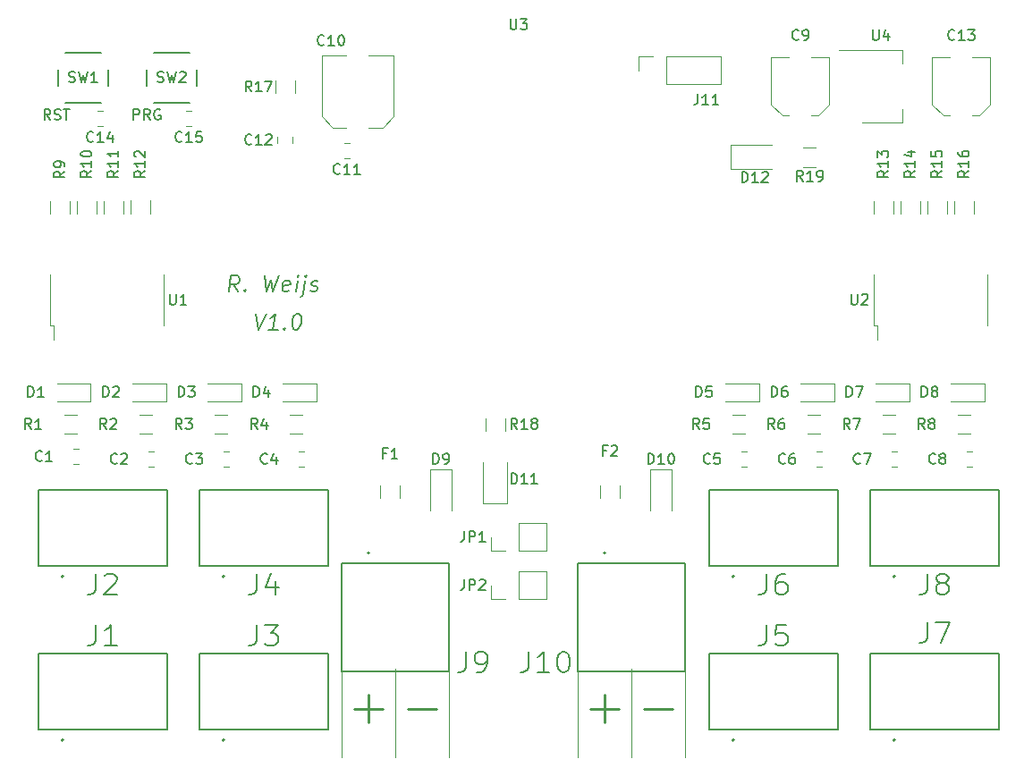
<source format=gbr>
G04 #@! TF.GenerationSoftware,KiCad,Pcbnew,(5.1.6)-1*
G04 #@! TF.CreationDate,2020-11-07T12:23:27+01:00*
G04 #@! TF.ProjectId,8-DI-ESP32-PCB,382d4449-2d45-4535-9033-322d5043422e,rev?*
G04 #@! TF.SameCoordinates,Original*
G04 #@! TF.FileFunction,Legend,Top*
G04 #@! TF.FilePolarity,Positive*
%FSLAX46Y46*%
G04 Gerber Fmt 4.6, Leading zero omitted, Abs format (unit mm)*
G04 Created by KiCad (PCBNEW (5.1.6)-1) date 2020-11-07 12:23:27*
%MOMM*%
%LPD*%
G01*
G04 APERTURE LIST*
%ADD10C,0.200000*%
%ADD11C,0.120000*%
%ADD12C,0.250000*%
%ADD13C,0.152400*%
%ADD14C,0.127000*%
%ADD15C,0.150000*%
G04 APERTURE END LIST*
D10*
X120131039Y-87062571D02*
X120443539Y-88562571D01*
X121131039Y-87062571D01*
X122229253Y-88562571D02*
X121372110Y-88562571D01*
X121800682Y-88562571D02*
X121988182Y-87062571D01*
X121818539Y-87276857D01*
X121657825Y-87419714D01*
X121506039Y-87491142D01*
X122889967Y-88419714D02*
X122952467Y-88491142D01*
X122872110Y-88562571D01*
X122809610Y-88491142D01*
X122889967Y-88419714D01*
X122872110Y-88562571D01*
X124059610Y-87062571D02*
X124202467Y-87062571D01*
X124336396Y-87134000D01*
X124398896Y-87205428D01*
X124452467Y-87348285D01*
X124488182Y-87634000D01*
X124443539Y-87991142D01*
X124336396Y-88276857D01*
X124247110Y-88419714D01*
X124166753Y-88491142D01*
X124014967Y-88562571D01*
X123872110Y-88562571D01*
X123738182Y-88491142D01*
X123675682Y-88419714D01*
X123622110Y-88276857D01*
X123586396Y-87991142D01*
X123631039Y-87634000D01*
X123738182Y-87348285D01*
X123827467Y-87205428D01*
X123907825Y-87134000D01*
X124059610Y-87062571D01*
X118486339Y-84955771D02*
X118075625Y-84241485D01*
X117629196Y-84955771D02*
X117816696Y-83455771D01*
X118388125Y-83455771D01*
X118522053Y-83527200D01*
X118584553Y-83598628D01*
X118638125Y-83741485D01*
X118611339Y-83955771D01*
X118522053Y-84098628D01*
X118441696Y-84170057D01*
X118289910Y-84241485D01*
X117718482Y-84241485D01*
X119147053Y-84812914D02*
X119209553Y-84884342D01*
X119129196Y-84955771D01*
X119066696Y-84884342D01*
X119147053Y-84812914D01*
X119129196Y-84955771D01*
X121030982Y-83455771D02*
X121200625Y-84955771D01*
X121620267Y-83884342D01*
X121772053Y-84955771D01*
X122316696Y-83455771D01*
X123280982Y-84884342D02*
X123129196Y-84955771D01*
X122843482Y-84955771D01*
X122709553Y-84884342D01*
X122655982Y-84741485D01*
X122727410Y-84170057D01*
X122816696Y-84027200D01*
X122968482Y-83955771D01*
X123254196Y-83955771D01*
X123388125Y-84027200D01*
X123441696Y-84170057D01*
X123423839Y-84312914D01*
X122691696Y-84455771D01*
X123986339Y-84955771D02*
X124111339Y-83955771D01*
X124173839Y-83455771D02*
X124093482Y-83527200D01*
X124155982Y-83598628D01*
X124236339Y-83527200D01*
X124173839Y-83455771D01*
X124155982Y-83598628D01*
X124825625Y-83955771D02*
X124664910Y-85241485D01*
X124575625Y-85384342D01*
X124423839Y-85455771D01*
X124352410Y-85455771D01*
X124888125Y-83455771D02*
X124807767Y-83527200D01*
X124870267Y-83598628D01*
X124950625Y-83527200D01*
X124888125Y-83455771D01*
X124870267Y-83598628D01*
X125352410Y-84884342D02*
X125486339Y-84955771D01*
X125772053Y-84955771D01*
X125923839Y-84884342D01*
X126013125Y-84741485D01*
X126022053Y-84670057D01*
X125968482Y-84527200D01*
X125834553Y-84455771D01*
X125620267Y-84455771D01*
X125486339Y-84384342D01*
X125432767Y-84241485D01*
X125441696Y-84170057D01*
X125530982Y-84027200D01*
X125682767Y-83955771D01*
X125897053Y-83955771D01*
X126030982Y-84027200D01*
D11*
X155702000Y-120650000D02*
X155702000Y-129032000D01*
X133350000Y-120650000D02*
X133350000Y-129032000D01*
D12*
X129476666Y-124456000D02*
X132143333Y-124456000D01*
X130810000Y-125789333D02*
X130810000Y-123122666D01*
X134556666Y-124456000D02*
X137223333Y-124456000D01*
X151828666Y-124456000D02*
X154495333Y-124456000D01*
X153162000Y-125789333D02*
X153162000Y-123122666D01*
X156908666Y-124456000D02*
X159575333Y-124456000D01*
D11*
X160782000Y-120924000D02*
X160782000Y-129032000D01*
X150622000Y-120924000D02*
X150622000Y-129032000D01*
X138430000Y-120924000D02*
X138430000Y-129032000D01*
X128270000Y-120924000D02*
X128270000Y-129032000D01*
X159004000Y-65338000D02*
X159004000Y-62678000D01*
X159004000Y-65338000D02*
X164144000Y-65338000D01*
X164144000Y-65338000D02*
X164144000Y-62678000D01*
X159004000Y-62678000D02*
X164144000Y-62678000D01*
X156404000Y-62678000D02*
X157734000Y-62678000D01*
X156404000Y-64008000D02*
X156404000Y-62678000D01*
D13*
X109808099Y-63922042D02*
X109808099Y-65465960D01*
X113852913Y-62319101D02*
X110513085Y-62319101D01*
X114557899Y-65465960D02*
X114557899Y-63922042D01*
X110513085Y-67068901D02*
X113852913Y-67068901D01*
X101426099Y-63922042D02*
X101426099Y-65465960D01*
X105470913Y-62319101D02*
X102131085Y-62319101D01*
X106175899Y-65465960D02*
X106175899Y-63922042D01*
X102131085Y-67068901D02*
X105470913Y-67068901D01*
D11*
X159496000Y-101810000D02*
X159496000Y-105660000D01*
X157496000Y-101810000D02*
X157496000Y-105660000D01*
X159496000Y-101810000D02*
X157496000Y-101810000D01*
X138668000Y-101810000D02*
X138668000Y-105660000D01*
X136668000Y-101810000D02*
X136668000Y-105660000D01*
X138668000Y-101810000D02*
X136668000Y-101810000D01*
X152760000Y-103320436D02*
X152760000Y-104524564D01*
X154580000Y-103320436D02*
X154580000Y-104524564D01*
X131932000Y-103320436D02*
X131932000Y-104524564D01*
X133752000Y-103320436D02*
X133752000Y-104524564D01*
D14*
X178294000Y-110950000D02*
X178294000Y-103750000D01*
X190514000Y-103750000D02*
X190514000Y-110950000D01*
X178294000Y-103750000D02*
X190514000Y-103750000D01*
X190514000Y-110950000D02*
X178294000Y-110950000D01*
D10*
X180694000Y-111950000D02*
G75*
G03*
X180694000Y-111950000I-100000J0D01*
G01*
D11*
X181336000Y-68942000D02*
X181336000Y-67682000D01*
X181336000Y-62122000D02*
X181336000Y-63382000D01*
X177576000Y-68942000D02*
X181336000Y-68942000D01*
X175326000Y-62122000D02*
X181336000Y-62122000D01*
X178628000Y-88150000D02*
X179028000Y-88150000D01*
X179028000Y-88150000D02*
X179028000Y-89550000D01*
X178628000Y-88150000D02*
X178628000Y-83350000D01*
X189428000Y-88150000D02*
X189428000Y-83350000D01*
X100650000Y-88150000D02*
X101050000Y-88150000D01*
X101050000Y-88150000D02*
X101050000Y-89550000D01*
X100650000Y-88150000D02*
X100650000Y-83350000D01*
X111450000Y-88150000D02*
X111450000Y-83350000D01*
X173183564Y-73150000D02*
X171979436Y-73150000D01*
X173183564Y-71330000D02*
X171979436Y-71330000D01*
X143738000Y-96954436D02*
X143738000Y-98158564D01*
X141918000Y-96954436D02*
X141918000Y-98158564D01*
X123846000Y-64966436D02*
X123846000Y-66170564D01*
X122026000Y-64966436D02*
X122026000Y-66170564D01*
X188108000Y-76396436D02*
X188108000Y-77600564D01*
X186288000Y-76396436D02*
X186288000Y-77600564D01*
X185568000Y-76396436D02*
X185568000Y-77600564D01*
X183748000Y-76396436D02*
X183748000Y-77600564D01*
X183028000Y-76396436D02*
X183028000Y-77600564D01*
X181208000Y-76396436D02*
X181208000Y-77600564D01*
X180488000Y-76396436D02*
X180488000Y-77600564D01*
X178668000Y-76396436D02*
X178668000Y-77600564D01*
X110130000Y-76359936D02*
X110130000Y-77564064D01*
X108310000Y-76359936D02*
X108310000Y-77564064D01*
X107590000Y-76396436D02*
X107590000Y-77600564D01*
X105770000Y-76396436D02*
X105770000Y-77600564D01*
X105050000Y-76396436D02*
X105050000Y-77600564D01*
X103230000Y-76396436D02*
X103230000Y-77600564D01*
X102510000Y-76396436D02*
X102510000Y-77600564D01*
X100690000Y-76396436D02*
X100690000Y-77600564D01*
X186632436Y-96626000D02*
X187836564Y-96626000D01*
X186632436Y-98446000D02*
X187836564Y-98446000D01*
X179520436Y-96626000D02*
X180724564Y-96626000D01*
X179520436Y-98446000D02*
X180724564Y-98446000D01*
X172408436Y-96626000D02*
X173612564Y-96626000D01*
X172408436Y-98446000D02*
X173612564Y-98446000D01*
X165296436Y-96626000D02*
X166500564Y-96626000D01*
X165296436Y-98446000D02*
X166500564Y-98446000D01*
X123386436Y-96626000D02*
X124590564Y-96626000D01*
X123386436Y-98446000D02*
X124590564Y-98446000D01*
X116274436Y-96626000D02*
X117478564Y-96626000D01*
X116274436Y-98446000D02*
X117478564Y-98446000D01*
X109162436Y-96626000D02*
X110366564Y-96626000D01*
X109162436Y-98446000D02*
X110366564Y-98446000D01*
X102050436Y-96626000D02*
X103254564Y-96626000D01*
X102050436Y-98446000D02*
X103254564Y-98446000D01*
X147634000Y-114106000D02*
X147634000Y-111446000D01*
X145034000Y-114106000D02*
X147634000Y-114106000D01*
X145034000Y-111446000D02*
X147634000Y-111446000D01*
X145034000Y-114106000D02*
X145034000Y-111446000D01*
X143764000Y-114106000D02*
X142434000Y-114106000D01*
X142434000Y-114106000D02*
X142434000Y-112776000D01*
X147634000Y-109534000D02*
X147634000Y-106874000D01*
X145034000Y-109534000D02*
X147634000Y-109534000D01*
X145034000Y-106874000D02*
X147634000Y-106874000D01*
X145034000Y-109534000D02*
X145034000Y-106874000D01*
X143764000Y-109534000D02*
X142434000Y-109534000D01*
X142434000Y-109534000D02*
X142434000Y-108204000D01*
D14*
X150622000Y-120924000D02*
X150622000Y-110724000D01*
X160782000Y-110724000D02*
X160782000Y-120924000D01*
X150622000Y-110724000D02*
X160782000Y-110724000D01*
X160782000Y-120924000D02*
X150622000Y-120924000D01*
D10*
X153262000Y-109724000D02*
G75*
G03*
X153262000Y-109724000I-100000J0D01*
G01*
D14*
X128270000Y-120924000D02*
X128270000Y-110724000D01*
X138430000Y-110724000D02*
X138430000Y-120924000D01*
X128270000Y-110724000D02*
X138430000Y-110724000D01*
X138430000Y-120924000D02*
X128270000Y-120924000D01*
D10*
X130910000Y-109724000D02*
G75*
G03*
X130910000Y-109724000I-100000J0D01*
G01*
D14*
X178294000Y-126444000D02*
X178294000Y-119244000D01*
X190514000Y-119244000D02*
X190514000Y-126444000D01*
X178294000Y-119244000D02*
X190514000Y-119244000D01*
X190514000Y-126444000D02*
X178294000Y-126444000D01*
D10*
X180694000Y-127444000D02*
G75*
G03*
X180694000Y-127444000I-100000J0D01*
G01*
D14*
X163054000Y-110950000D02*
X163054000Y-103750000D01*
X175274000Y-103750000D02*
X175274000Y-110950000D01*
X163054000Y-103750000D02*
X175274000Y-103750000D01*
X175274000Y-110950000D02*
X163054000Y-110950000D01*
D10*
X165454000Y-111950000D02*
G75*
G03*
X165454000Y-111950000I-100000J0D01*
G01*
D14*
X163054000Y-126444000D02*
X163054000Y-119244000D01*
X175274000Y-119244000D02*
X175274000Y-126444000D01*
X163054000Y-119244000D02*
X175274000Y-119244000D01*
X175274000Y-126444000D02*
X163054000Y-126444000D01*
D10*
X165454000Y-127444000D02*
G75*
G03*
X165454000Y-127444000I-100000J0D01*
G01*
D14*
X114794000Y-110950000D02*
X114794000Y-103750000D01*
X127014000Y-103750000D02*
X127014000Y-110950000D01*
X114794000Y-103750000D02*
X127014000Y-103750000D01*
X127014000Y-110950000D02*
X114794000Y-110950000D01*
D10*
X117194000Y-111950000D02*
G75*
G03*
X117194000Y-111950000I-100000J0D01*
G01*
D14*
X114794000Y-126444000D02*
X114794000Y-119244000D01*
X127014000Y-119244000D02*
X127014000Y-126444000D01*
X114794000Y-119244000D02*
X127014000Y-119244000D01*
X127014000Y-126444000D02*
X114794000Y-126444000D01*
D10*
X117194000Y-127444000D02*
G75*
G03*
X117194000Y-127444000I-100000J0D01*
G01*
D14*
X99554000Y-110950000D02*
X99554000Y-103750000D01*
X111774000Y-103750000D02*
X111774000Y-110950000D01*
X99554000Y-103750000D02*
X111774000Y-103750000D01*
X111774000Y-110950000D02*
X99554000Y-110950000D01*
D10*
X101954000Y-111950000D02*
G75*
G03*
X101954000Y-111950000I-100000J0D01*
G01*
D14*
X99554000Y-126444000D02*
X99554000Y-119244000D01*
X111774000Y-119244000D02*
X111774000Y-126444000D01*
X99554000Y-119244000D02*
X111774000Y-119244000D01*
X111774000Y-126444000D02*
X99554000Y-126444000D01*
D10*
X101954000Y-127444000D02*
G75*
G03*
X101954000Y-127444000I-100000J0D01*
G01*
D11*
X169008000Y-71105000D02*
X165123000Y-71105000D01*
X165123000Y-71105000D02*
X165123000Y-73375000D01*
X165123000Y-73375000D02*
X169008000Y-73375000D01*
X141693000Y-101130000D02*
X141693000Y-105015000D01*
X141693000Y-105015000D02*
X143963000Y-105015000D01*
X143963000Y-105015000D02*
X143963000Y-101130000D01*
X189118000Y-95338000D02*
X189118000Y-93638000D01*
X189118000Y-93638000D02*
X185968000Y-93638000D01*
X189118000Y-95338000D02*
X185968000Y-95338000D01*
X182006000Y-95338000D02*
X182006000Y-93638000D01*
X182006000Y-93638000D02*
X178856000Y-93638000D01*
X182006000Y-95338000D02*
X178856000Y-95338000D01*
X174894000Y-95338000D02*
X174894000Y-93638000D01*
X174894000Y-93638000D02*
X171744000Y-93638000D01*
X174894000Y-95338000D02*
X171744000Y-95338000D01*
X167782000Y-95338000D02*
X167782000Y-93638000D01*
X167782000Y-93638000D02*
X164632000Y-93638000D01*
X167782000Y-95338000D02*
X164632000Y-95338000D01*
X125872000Y-95338000D02*
X125872000Y-93638000D01*
X125872000Y-93638000D02*
X122722000Y-93638000D01*
X125872000Y-95338000D02*
X122722000Y-95338000D01*
X118760000Y-95338000D02*
X118760000Y-93638000D01*
X118760000Y-93638000D02*
X115610000Y-93638000D01*
X118760000Y-95338000D02*
X115610000Y-95338000D01*
X111648000Y-95338000D02*
X111648000Y-93638000D01*
X111648000Y-93638000D02*
X108498000Y-93638000D01*
X111648000Y-95338000D02*
X108498000Y-95338000D01*
X104496000Y-95338000D02*
X104496000Y-93638000D01*
X104496000Y-93638000D02*
X101346000Y-93638000D01*
X104496000Y-95338000D02*
X101346000Y-95338000D01*
X114044252Y-69290000D02*
X113521748Y-69290000D01*
X114044252Y-67870000D02*
X113521748Y-67870000D01*
X105662252Y-69290000D02*
X105139748Y-69290000D01*
X105662252Y-67870000D02*
X105139748Y-67870000D01*
X189704000Y-62772000D02*
X188004000Y-62772000D01*
X184184000Y-62772000D02*
X185884000Y-62772000D01*
X184184000Y-67227563D02*
X184184000Y-62772000D01*
X189704000Y-67227563D02*
X189704000Y-62772000D01*
X188639563Y-68292000D02*
X188004000Y-68292000D01*
X185248437Y-68292000D02*
X185884000Y-68292000D01*
X185248437Y-68292000D02*
X184184000Y-67227563D01*
X188639563Y-68292000D02*
X189704000Y-67227563D01*
X123646000Y-70341748D02*
X123646000Y-70864252D01*
X122226000Y-70341748D02*
X122226000Y-70864252D01*
X129030252Y-72338000D02*
X128507748Y-72338000D01*
X129030252Y-70918000D02*
X128507748Y-70918000D01*
X133204000Y-62632500D02*
X130854000Y-62632500D01*
X126384000Y-62632500D02*
X128734000Y-62632500D01*
X126384000Y-68388063D02*
X126384000Y-62632500D01*
X133204000Y-68388063D02*
X133204000Y-62632500D01*
X132139563Y-69452500D02*
X130854000Y-69452500D01*
X127448437Y-69452500D02*
X128734000Y-69452500D01*
X127448437Y-69452500D02*
X126384000Y-68388063D01*
X132139563Y-69452500D02*
X133204000Y-68388063D01*
X174464000Y-62772000D02*
X172764000Y-62772000D01*
X168944000Y-62772000D02*
X170644000Y-62772000D01*
X168944000Y-67227563D02*
X168944000Y-62772000D01*
X174464000Y-67227563D02*
X174464000Y-62772000D01*
X173399563Y-68292000D02*
X172764000Y-68292000D01*
X170008437Y-68292000D02*
X170644000Y-68292000D01*
X170008437Y-68292000D02*
X168944000Y-67227563D01*
X173399563Y-68292000D02*
X174464000Y-67227563D01*
X187958252Y-101548000D02*
X187435748Y-101548000D01*
X187958252Y-100128000D02*
X187435748Y-100128000D01*
X180846252Y-101548000D02*
X180323748Y-101548000D01*
X180846252Y-100128000D02*
X180323748Y-100128000D01*
X173734252Y-101548000D02*
X173211748Y-101548000D01*
X173734252Y-100128000D02*
X173211748Y-100128000D01*
X166622252Y-101548000D02*
X166099748Y-101548000D01*
X166622252Y-100128000D02*
X166099748Y-100128000D01*
X124712252Y-101548000D02*
X124189748Y-101548000D01*
X124712252Y-100128000D02*
X124189748Y-100128000D01*
X117600252Y-101548000D02*
X117077748Y-101548000D01*
X117600252Y-100128000D02*
X117077748Y-100128000D01*
X110488252Y-101548000D02*
X109965748Y-101548000D01*
X110488252Y-100128000D02*
X109965748Y-100128000D01*
X103376252Y-101294000D02*
X102853748Y-101294000D01*
X103376252Y-99874000D02*
X102853748Y-99874000D01*
D15*
X162004476Y-66254380D02*
X162004476Y-66968666D01*
X161956857Y-67111523D01*
X161861619Y-67206761D01*
X161718761Y-67254380D01*
X161623523Y-67254380D01*
X163004476Y-67254380D02*
X162433047Y-67254380D01*
X162718761Y-67254380D02*
X162718761Y-66254380D01*
X162623523Y-66397238D01*
X162528285Y-66492476D01*
X162433047Y-66540095D01*
X163956857Y-67254380D02*
X163385428Y-67254380D01*
X163671142Y-67254380D02*
X163671142Y-66254380D01*
X163575904Y-66397238D01*
X163480666Y-66492476D01*
X163385428Y-66540095D01*
X110849665Y-65098762D02*
X110992522Y-65146381D01*
X111230618Y-65146381D01*
X111325856Y-65098762D01*
X111373475Y-65051143D01*
X111421094Y-64955905D01*
X111421094Y-64860667D01*
X111373475Y-64765429D01*
X111325856Y-64717810D01*
X111230618Y-64670191D01*
X111040141Y-64622572D01*
X110944903Y-64574953D01*
X110897284Y-64527334D01*
X110849665Y-64432096D01*
X110849665Y-64336858D01*
X110897284Y-64241620D01*
X110944903Y-64194001D01*
X111040141Y-64146381D01*
X111278237Y-64146381D01*
X111421094Y-64194001D01*
X111754427Y-64146381D02*
X111992522Y-65146381D01*
X112182999Y-64432096D01*
X112373475Y-65146381D01*
X112611570Y-64146381D01*
X112944903Y-64241620D02*
X112992522Y-64194001D01*
X113087760Y-64146381D01*
X113325856Y-64146381D01*
X113421094Y-64194001D01*
X113468713Y-64241620D01*
X113516332Y-64336858D01*
X113516332Y-64432096D01*
X113468713Y-64574953D01*
X112897284Y-65146381D01*
X113516332Y-65146381D01*
X108567094Y-68702381D02*
X108567094Y-67702381D01*
X108948046Y-67702381D01*
X109043284Y-67750001D01*
X109090903Y-67797620D01*
X109138522Y-67892858D01*
X109138522Y-68035715D01*
X109090903Y-68130953D01*
X109043284Y-68178572D01*
X108948046Y-68226191D01*
X108567094Y-68226191D01*
X110138522Y-68702381D02*
X109805189Y-68226191D01*
X109567094Y-68702381D02*
X109567094Y-67702381D01*
X109948046Y-67702381D01*
X110043284Y-67750001D01*
X110090903Y-67797620D01*
X110138522Y-67892858D01*
X110138522Y-68035715D01*
X110090903Y-68130953D01*
X110043284Y-68178572D01*
X109948046Y-68226191D01*
X109567094Y-68226191D01*
X111090903Y-67750001D02*
X110995665Y-67702381D01*
X110852808Y-67702381D01*
X110709951Y-67750001D01*
X110614713Y-67845239D01*
X110567094Y-67940477D01*
X110519475Y-68130953D01*
X110519475Y-68273810D01*
X110567094Y-68464286D01*
X110614713Y-68559524D01*
X110709951Y-68654762D01*
X110852808Y-68702381D01*
X110948046Y-68702381D01*
X111090903Y-68654762D01*
X111138522Y-68607143D01*
X111138522Y-68273810D01*
X110948046Y-68273810D01*
X102467665Y-65098762D02*
X102610522Y-65146381D01*
X102848618Y-65146381D01*
X102943856Y-65098762D01*
X102991475Y-65051143D01*
X103039094Y-64955905D01*
X103039094Y-64860667D01*
X102991475Y-64765429D01*
X102943856Y-64717810D01*
X102848618Y-64670191D01*
X102658141Y-64622572D01*
X102562903Y-64574953D01*
X102515284Y-64527334D01*
X102467665Y-64432096D01*
X102467665Y-64336858D01*
X102515284Y-64241620D01*
X102562903Y-64194001D01*
X102658141Y-64146381D01*
X102896237Y-64146381D01*
X103039094Y-64194001D01*
X103372427Y-64146381D02*
X103610522Y-65146381D01*
X103800999Y-64432096D01*
X103991475Y-65146381D01*
X104229570Y-64146381D01*
X105134332Y-65146381D02*
X104562903Y-65146381D01*
X104848618Y-65146381D02*
X104848618Y-64146381D01*
X104753379Y-64289239D01*
X104658141Y-64384477D01*
X104562903Y-64432096D01*
X100713379Y-68702381D02*
X100380046Y-68226191D01*
X100141951Y-68702381D02*
X100141951Y-67702381D01*
X100522903Y-67702381D01*
X100618141Y-67750001D01*
X100665760Y-67797620D01*
X100713379Y-67892858D01*
X100713379Y-68035715D01*
X100665760Y-68130953D01*
X100618141Y-68178572D01*
X100522903Y-68226191D01*
X100141951Y-68226191D01*
X101094332Y-68654762D02*
X101237189Y-68702381D01*
X101475284Y-68702381D01*
X101570522Y-68654762D01*
X101618141Y-68607143D01*
X101665760Y-68511905D01*
X101665760Y-68416667D01*
X101618141Y-68321429D01*
X101570522Y-68273810D01*
X101475284Y-68226191D01*
X101284808Y-68178572D01*
X101189570Y-68130953D01*
X101141951Y-68083334D01*
X101094332Y-67988096D01*
X101094332Y-67892858D01*
X101141951Y-67797620D01*
X101189570Y-67750001D01*
X101284808Y-67702381D01*
X101522903Y-67702381D01*
X101665760Y-67750001D01*
X101951475Y-67702381D02*
X102522903Y-67702381D01*
X102237189Y-68702381D02*
X102237189Y-67702381D01*
X157281714Y-101290380D02*
X157281714Y-100290380D01*
X157519809Y-100290380D01*
X157662666Y-100338000D01*
X157757904Y-100433238D01*
X157805523Y-100528476D01*
X157853142Y-100718952D01*
X157853142Y-100861809D01*
X157805523Y-101052285D01*
X157757904Y-101147523D01*
X157662666Y-101242761D01*
X157519809Y-101290380D01*
X157281714Y-101290380D01*
X158805523Y-101290380D02*
X158234095Y-101290380D01*
X158519809Y-101290380D02*
X158519809Y-100290380D01*
X158424571Y-100433238D01*
X158329333Y-100528476D01*
X158234095Y-100576095D01*
X159424571Y-100290380D02*
X159519809Y-100290380D01*
X159615047Y-100338000D01*
X159662666Y-100385619D01*
X159710285Y-100480857D01*
X159757904Y-100671333D01*
X159757904Y-100909428D01*
X159710285Y-101099904D01*
X159662666Y-101195142D01*
X159615047Y-101242761D01*
X159519809Y-101290380D01*
X159424571Y-101290380D01*
X159329333Y-101242761D01*
X159281714Y-101195142D01*
X159234095Y-101099904D01*
X159186476Y-100909428D01*
X159186476Y-100671333D01*
X159234095Y-100480857D01*
X159281714Y-100385619D01*
X159329333Y-100338000D01*
X159424571Y-100290380D01*
X136929904Y-101290380D02*
X136929904Y-100290380D01*
X137168000Y-100290380D01*
X137310857Y-100338000D01*
X137406095Y-100433238D01*
X137453714Y-100528476D01*
X137501333Y-100718952D01*
X137501333Y-100861809D01*
X137453714Y-101052285D01*
X137406095Y-101147523D01*
X137310857Y-101242761D01*
X137168000Y-101290380D01*
X136929904Y-101290380D01*
X137977523Y-101290380D02*
X138168000Y-101290380D01*
X138263238Y-101242761D01*
X138310857Y-101195142D01*
X138406095Y-101052285D01*
X138453714Y-100861809D01*
X138453714Y-100480857D01*
X138406095Y-100385619D01*
X138358476Y-100338000D01*
X138263238Y-100290380D01*
X138072761Y-100290380D01*
X137977523Y-100338000D01*
X137929904Y-100385619D01*
X137882285Y-100480857D01*
X137882285Y-100718952D01*
X137929904Y-100814190D01*
X137977523Y-100861809D01*
X138072761Y-100909428D01*
X138263238Y-100909428D01*
X138358476Y-100861809D01*
X138406095Y-100814190D01*
X138453714Y-100718952D01*
X153336666Y-100004571D02*
X153003333Y-100004571D01*
X153003333Y-100528380D02*
X153003333Y-99528380D01*
X153479523Y-99528380D01*
X153812857Y-99623619D02*
X153860476Y-99576000D01*
X153955714Y-99528380D01*
X154193809Y-99528380D01*
X154289047Y-99576000D01*
X154336666Y-99623619D01*
X154384285Y-99718857D01*
X154384285Y-99814095D01*
X154336666Y-99956952D01*
X153765238Y-100528380D01*
X154384285Y-100528380D01*
X132508666Y-100258571D02*
X132175333Y-100258571D01*
X132175333Y-100782380D02*
X132175333Y-99782380D01*
X132651523Y-99782380D01*
X133556285Y-100782380D02*
X132984857Y-100782380D01*
X133270571Y-100782380D02*
X133270571Y-99782380D01*
X133175333Y-99925238D01*
X133080095Y-100020476D01*
X132984857Y-100068095D01*
X183737333Y-111680761D02*
X183737333Y-113109333D01*
X183642095Y-113395047D01*
X183451619Y-113585523D01*
X183165904Y-113680761D01*
X182975428Y-113680761D01*
X184975428Y-112537904D02*
X184784952Y-112442666D01*
X184689714Y-112347428D01*
X184594476Y-112156952D01*
X184594476Y-112061714D01*
X184689714Y-111871238D01*
X184784952Y-111776000D01*
X184975428Y-111680761D01*
X185356380Y-111680761D01*
X185546857Y-111776000D01*
X185642095Y-111871238D01*
X185737333Y-112061714D01*
X185737333Y-112156952D01*
X185642095Y-112347428D01*
X185546857Y-112442666D01*
X185356380Y-112537904D01*
X184975428Y-112537904D01*
X184784952Y-112633142D01*
X184689714Y-112728380D01*
X184594476Y-112918857D01*
X184594476Y-113299809D01*
X184689714Y-113490285D01*
X184784952Y-113585523D01*
X184975428Y-113680761D01*
X185356380Y-113680761D01*
X185546857Y-113585523D01*
X185642095Y-113490285D01*
X185737333Y-113299809D01*
X185737333Y-112918857D01*
X185642095Y-112728380D01*
X185546857Y-112633142D01*
X185356380Y-112537904D01*
X178562095Y-60158380D02*
X178562095Y-60967904D01*
X178609714Y-61063142D01*
X178657333Y-61110761D01*
X178752571Y-61158380D01*
X178943047Y-61158380D01*
X179038285Y-61110761D01*
X179085904Y-61063142D01*
X179133523Y-60967904D01*
X179133523Y-60158380D01*
X180038285Y-60491714D02*
X180038285Y-61158380D01*
X179800190Y-60110761D02*
X179562095Y-60825047D01*
X180181142Y-60825047D01*
X144256095Y-59142380D02*
X144256095Y-59951904D01*
X144303714Y-60047142D01*
X144351333Y-60094761D01*
X144446571Y-60142380D01*
X144637047Y-60142380D01*
X144732285Y-60094761D01*
X144779904Y-60047142D01*
X144827523Y-59951904D01*
X144827523Y-59142380D01*
X145208476Y-59142380D02*
X145827523Y-59142380D01*
X145494190Y-59523333D01*
X145637047Y-59523333D01*
X145732285Y-59570952D01*
X145779904Y-59618571D01*
X145827523Y-59713809D01*
X145827523Y-59951904D01*
X145779904Y-60047142D01*
X145732285Y-60094761D01*
X145637047Y-60142380D01*
X145351333Y-60142380D01*
X145256095Y-60094761D01*
X145208476Y-60047142D01*
X176530095Y-85202380D02*
X176530095Y-86011904D01*
X176577714Y-86107142D01*
X176625333Y-86154761D01*
X176720571Y-86202380D01*
X176911047Y-86202380D01*
X177006285Y-86154761D01*
X177053904Y-86107142D01*
X177101523Y-86011904D01*
X177101523Y-85202380D01*
X177530095Y-85297619D02*
X177577714Y-85250000D01*
X177672952Y-85202380D01*
X177911047Y-85202380D01*
X178006285Y-85250000D01*
X178053904Y-85297619D01*
X178101523Y-85392857D01*
X178101523Y-85488095D01*
X178053904Y-85630952D01*
X177482476Y-86202380D01*
X178101523Y-86202380D01*
X112014095Y-85202380D02*
X112014095Y-86011904D01*
X112061714Y-86107142D01*
X112109333Y-86154761D01*
X112204571Y-86202380D01*
X112395047Y-86202380D01*
X112490285Y-86154761D01*
X112537904Y-86107142D01*
X112585523Y-86011904D01*
X112585523Y-85202380D01*
X113585523Y-86202380D02*
X113014095Y-86202380D01*
X113299809Y-86202380D02*
X113299809Y-85202380D01*
X113204571Y-85345238D01*
X113109333Y-85440476D01*
X113014095Y-85488095D01*
X171938642Y-74512380D02*
X171605309Y-74036190D01*
X171367214Y-74512380D02*
X171367214Y-73512380D01*
X171748166Y-73512380D01*
X171843404Y-73560000D01*
X171891023Y-73607619D01*
X171938642Y-73702857D01*
X171938642Y-73845714D01*
X171891023Y-73940952D01*
X171843404Y-73988571D01*
X171748166Y-74036190D01*
X171367214Y-74036190D01*
X172891023Y-74512380D02*
X172319595Y-74512380D01*
X172605309Y-74512380D02*
X172605309Y-73512380D01*
X172510071Y-73655238D01*
X172414833Y-73750476D01*
X172319595Y-73798095D01*
X173367214Y-74512380D02*
X173557690Y-74512380D01*
X173652928Y-74464761D01*
X173700547Y-74417142D01*
X173795785Y-74274285D01*
X173843404Y-74083809D01*
X173843404Y-73702857D01*
X173795785Y-73607619D01*
X173748166Y-73560000D01*
X173652928Y-73512380D01*
X173462452Y-73512380D01*
X173367214Y-73560000D01*
X173319595Y-73607619D01*
X173271976Y-73702857D01*
X173271976Y-73940952D01*
X173319595Y-74036190D01*
X173367214Y-74083809D01*
X173462452Y-74131428D01*
X173652928Y-74131428D01*
X173748166Y-74083809D01*
X173795785Y-74036190D01*
X173843404Y-73940952D01*
X144899142Y-97988380D02*
X144565809Y-97512190D01*
X144327714Y-97988380D02*
X144327714Y-96988380D01*
X144708666Y-96988380D01*
X144803904Y-97036000D01*
X144851523Y-97083619D01*
X144899142Y-97178857D01*
X144899142Y-97321714D01*
X144851523Y-97416952D01*
X144803904Y-97464571D01*
X144708666Y-97512190D01*
X144327714Y-97512190D01*
X145851523Y-97988380D02*
X145280095Y-97988380D01*
X145565809Y-97988380D02*
X145565809Y-96988380D01*
X145470571Y-97131238D01*
X145375333Y-97226476D01*
X145280095Y-97274095D01*
X146422952Y-97416952D02*
X146327714Y-97369333D01*
X146280095Y-97321714D01*
X146232476Y-97226476D01*
X146232476Y-97178857D01*
X146280095Y-97083619D01*
X146327714Y-97036000D01*
X146422952Y-96988380D01*
X146613428Y-96988380D01*
X146708666Y-97036000D01*
X146756285Y-97083619D01*
X146803904Y-97178857D01*
X146803904Y-97226476D01*
X146756285Y-97321714D01*
X146708666Y-97369333D01*
X146613428Y-97416952D01*
X146422952Y-97416952D01*
X146327714Y-97464571D01*
X146280095Y-97512190D01*
X146232476Y-97607428D01*
X146232476Y-97797904D01*
X146280095Y-97893142D01*
X146327714Y-97940761D01*
X146422952Y-97988380D01*
X146613428Y-97988380D01*
X146708666Y-97940761D01*
X146756285Y-97893142D01*
X146803904Y-97797904D01*
X146803904Y-97607428D01*
X146756285Y-97512190D01*
X146708666Y-97464571D01*
X146613428Y-97416952D01*
X119753142Y-66020880D02*
X119419809Y-65544690D01*
X119181714Y-66020880D02*
X119181714Y-65020880D01*
X119562666Y-65020880D01*
X119657904Y-65068500D01*
X119705523Y-65116119D01*
X119753142Y-65211357D01*
X119753142Y-65354214D01*
X119705523Y-65449452D01*
X119657904Y-65497071D01*
X119562666Y-65544690D01*
X119181714Y-65544690D01*
X120705523Y-66020880D02*
X120134095Y-66020880D01*
X120419809Y-66020880D02*
X120419809Y-65020880D01*
X120324571Y-65163738D01*
X120229333Y-65258976D01*
X120134095Y-65306595D01*
X121038857Y-65020880D02*
X121705523Y-65020880D01*
X121276952Y-66020880D01*
X187650380Y-73540857D02*
X187174190Y-73874190D01*
X187650380Y-74112285D02*
X186650380Y-74112285D01*
X186650380Y-73731333D01*
X186698000Y-73636095D01*
X186745619Y-73588476D01*
X186840857Y-73540857D01*
X186983714Y-73540857D01*
X187078952Y-73588476D01*
X187126571Y-73636095D01*
X187174190Y-73731333D01*
X187174190Y-74112285D01*
X187650380Y-72588476D02*
X187650380Y-73159904D01*
X187650380Y-72874190D02*
X186650380Y-72874190D01*
X186793238Y-72969428D01*
X186888476Y-73064666D01*
X186936095Y-73159904D01*
X186650380Y-71731333D02*
X186650380Y-71921809D01*
X186698000Y-72017047D01*
X186745619Y-72064666D01*
X186888476Y-72159904D01*
X187078952Y-72207523D01*
X187459904Y-72207523D01*
X187555142Y-72159904D01*
X187602761Y-72112285D01*
X187650380Y-72017047D01*
X187650380Y-71826571D01*
X187602761Y-71731333D01*
X187555142Y-71683714D01*
X187459904Y-71636095D01*
X187221809Y-71636095D01*
X187126571Y-71683714D01*
X187078952Y-71731333D01*
X187031333Y-71826571D01*
X187031333Y-72017047D01*
X187078952Y-72112285D01*
X187126571Y-72159904D01*
X187221809Y-72207523D01*
X185110380Y-73540857D02*
X184634190Y-73874190D01*
X185110380Y-74112285D02*
X184110380Y-74112285D01*
X184110380Y-73731333D01*
X184158000Y-73636095D01*
X184205619Y-73588476D01*
X184300857Y-73540857D01*
X184443714Y-73540857D01*
X184538952Y-73588476D01*
X184586571Y-73636095D01*
X184634190Y-73731333D01*
X184634190Y-74112285D01*
X185110380Y-72588476D02*
X185110380Y-73159904D01*
X185110380Y-72874190D02*
X184110380Y-72874190D01*
X184253238Y-72969428D01*
X184348476Y-73064666D01*
X184396095Y-73159904D01*
X184110380Y-71683714D02*
X184110380Y-72159904D01*
X184586571Y-72207523D01*
X184538952Y-72159904D01*
X184491333Y-72064666D01*
X184491333Y-71826571D01*
X184538952Y-71731333D01*
X184586571Y-71683714D01*
X184681809Y-71636095D01*
X184919904Y-71636095D01*
X185015142Y-71683714D01*
X185062761Y-71731333D01*
X185110380Y-71826571D01*
X185110380Y-72064666D01*
X185062761Y-72159904D01*
X185015142Y-72207523D01*
X182570380Y-73540857D02*
X182094190Y-73874190D01*
X182570380Y-74112285D02*
X181570380Y-74112285D01*
X181570380Y-73731333D01*
X181618000Y-73636095D01*
X181665619Y-73588476D01*
X181760857Y-73540857D01*
X181903714Y-73540857D01*
X181998952Y-73588476D01*
X182046571Y-73636095D01*
X182094190Y-73731333D01*
X182094190Y-74112285D01*
X182570380Y-72588476D02*
X182570380Y-73159904D01*
X182570380Y-72874190D02*
X181570380Y-72874190D01*
X181713238Y-72969428D01*
X181808476Y-73064666D01*
X181856095Y-73159904D01*
X181903714Y-71731333D02*
X182570380Y-71731333D01*
X181522761Y-71969428D02*
X182237047Y-72207523D01*
X182237047Y-71588476D01*
X180030380Y-73540857D02*
X179554190Y-73874190D01*
X180030380Y-74112285D02*
X179030380Y-74112285D01*
X179030380Y-73731333D01*
X179078000Y-73636095D01*
X179125619Y-73588476D01*
X179220857Y-73540857D01*
X179363714Y-73540857D01*
X179458952Y-73588476D01*
X179506571Y-73636095D01*
X179554190Y-73731333D01*
X179554190Y-74112285D01*
X180030380Y-72588476D02*
X180030380Y-73159904D01*
X180030380Y-72874190D02*
X179030380Y-72874190D01*
X179173238Y-72969428D01*
X179268476Y-73064666D01*
X179316095Y-73159904D01*
X179030380Y-72255142D02*
X179030380Y-71636095D01*
X179411333Y-71969428D01*
X179411333Y-71826571D01*
X179458952Y-71731333D01*
X179506571Y-71683714D01*
X179601809Y-71636095D01*
X179839904Y-71636095D01*
X179935142Y-71683714D01*
X179982761Y-71731333D01*
X180030380Y-71826571D01*
X180030380Y-72112285D01*
X179982761Y-72207523D01*
X179935142Y-72255142D01*
X109672380Y-73540857D02*
X109196190Y-73874190D01*
X109672380Y-74112285D02*
X108672380Y-74112285D01*
X108672380Y-73731333D01*
X108720000Y-73636095D01*
X108767619Y-73588476D01*
X108862857Y-73540857D01*
X109005714Y-73540857D01*
X109100952Y-73588476D01*
X109148571Y-73636095D01*
X109196190Y-73731333D01*
X109196190Y-74112285D01*
X109672380Y-72588476D02*
X109672380Y-73159904D01*
X109672380Y-72874190D02*
X108672380Y-72874190D01*
X108815238Y-72969428D01*
X108910476Y-73064666D01*
X108958095Y-73159904D01*
X108767619Y-72207523D02*
X108720000Y-72159904D01*
X108672380Y-72064666D01*
X108672380Y-71826571D01*
X108720000Y-71731333D01*
X108767619Y-71683714D01*
X108862857Y-71636095D01*
X108958095Y-71636095D01*
X109100952Y-71683714D01*
X109672380Y-72255142D01*
X109672380Y-71636095D01*
X107132380Y-73540857D02*
X106656190Y-73874190D01*
X107132380Y-74112285D02*
X106132380Y-74112285D01*
X106132380Y-73731333D01*
X106180000Y-73636095D01*
X106227619Y-73588476D01*
X106322857Y-73540857D01*
X106465714Y-73540857D01*
X106560952Y-73588476D01*
X106608571Y-73636095D01*
X106656190Y-73731333D01*
X106656190Y-74112285D01*
X107132380Y-72588476D02*
X107132380Y-73159904D01*
X107132380Y-72874190D02*
X106132380Y-72874190D01*
X106275238Y-72969428D01*
X106370476Y-73064666D01*
X106418095Y-73159904D01*
X107132380Y-71636095D02*
X107132380Y-72207523D01*
X107132380Y-71921809D02*
X106132380Y-71921809D01*
X106275238Y-72017047D01*
X106370476Y-72112285D01*
X106418095Y-72207523D01*
X104592380Y-73540857D02*
X104116190Y-73874190D01*
X104592380Y-74112285D02*
X103592380Y-74112285D01*
X103592380Y-73731333D01*
X103640000Y-73636095D01*
X103687619Y-73588476D01*
X103782857Y-73540857D01*
X103925714Y-73540857D01*
X104020952Y-73588476D01*
X104068571Y-73636095D01*
X104116190Y-73731333D01*
X104116190Y-74112285D01*
X104592380Y-72588476D02*
X104592380Y-73159904D01*
X104592380Y-72874190D02*
X103592380Y-72874190D01*
X103735238Y-72969428D01*
X103830476Y-73064666D01*
X103878095Y-73159904D01*
X103592380Y-71969428D02*
X103592380Y-71874190D01*
X103640000Y-71778952D01*
X103687619Y-71731333D01*
X103782857Y-71683714D01*
X103973333Y-71636095D01*
X104211428Y-71636095D01*
X104401904Y-71683714D01*
X104497142Y-71731333D01*
X104544761Y-71778952D01*
X104592380Y-71874190D01*
X104592380Y-71969428D01*
X104544761Y-72064666D01*
X104497142Y-72112285D01*
X104401904Y-72159904D01*
X104211428Y-72207523D01*
X103973333Y-72207523D01*
X103782857Y-72159904D01*
X103687619Y-72112285D01*
X103640000Y-72064666D01*
X103592380Y-71969428D01*
X102052380Y-73572666D02*
X101576190Y-73906000D01*
X102052380Y-74144095D02*
X101052380Y-74144095D01*
X101052380Y-73763142D01*
X101100000Y-73667904D01*
X101147619Y-73620285D01*
X101242857Y-73572666D01*
X101385714Y-73572666D01*
X101480952Y-73620285D01*
X101528571Y-73667904D01*
X101576190Y-73763142D01*
X101576190Y-74144095D01*
X102052380Y-73096476D02*
X102052380Y-72906000D01*
X102004761Y-72810761D01*
X101957142Y-72763142D01*
X101814285Y-72667904D01*
X101623809Y-72620285D01*
X101242857Y-72620285D01*
X101147619Y-72667904D01*
X101100000Y-72715523D01*
X101052380Y-72810761D01*
X101052380Y-73001238D01*
X101100000Y-73096476D01*
X101147619Y-73144095D01*
X101242857Y-73191714D01*
X101480952Y-73191714D01*
X101576190Y-73144095D01*
X101623809Y-73096476D01*
X101671428Y-73001238D01*
X101671428Y-72810761D01*
X101623809Y-72715523D01*
X101576190Y-72667904D01*
X101480952Y-72620285D01*
X183475333Y-97988380D02*
X183142000Y-97512190D01*
X182903904Y-97988380D02*
X182903904Y-96988380D01*
X183284857Y-96988380D01*
X183380095Y-97036000D01*
X183427714Y-97083619D01*
X183475333Y-97178857D01*
X183475333Y-97321714D01*
X183427714Y-97416952D01*
X183380095Y-97464571D01*
X183284857Y-97512190D01*
X182903904Y-97512190D01*
X184046761Y-97416952D02*
X183951523Y-97369333D01*
X183903904Y-97321714D01*
X183856285Y-97226476D01*
X183856285Y-97178857D01*
X183903904Y-97083619D01*
X183951523Y-97036000D01*
X184046761Y-96988380D01*
X184237238Y-96988380D01*
X184332476Y-97036000D01*
X184380095Y-97083619D01*
X184427714Y-97178857D01*
X184427714Y-97226476D01*
X184380095Y-97321714D01*
X184332476Y-97369333D01*
X184237238Y-97416952D01*
X184046761Y-97416952D01*
X183951523Y-97464571D01*
X183903904Y-97512190D01*
X183856285Y-97607428D01*
X183856285Y-97797904D01*
X183903904Y-97893142D01*
X183951523Y-97940761D01*
X184046761Y-97988380D01*
X184237238Y-97988380D01*
X184332476Y-97940761D01*
X184380095Y-97893142D01*
X184427714Y-97797904D01*
X184427714Y-97607428D01*
X184380095Y-97512190D01*
X184332476Y-97464571D01*
X184237238Y-97416952D01*
X176399833Y-97988380D02*
X176066500Y-97512190D01*
X175828404Y-97988380D02*
X175828404Y-96988380D01*
X176209357Y-96988380D01*
X176304595Y-97036000D01*
X176352214Y-97083619D01*
X176399833Y-97178857D01*
X176399833Y-97321714D01*
X176352214Y-97416952D01*
X176304595Y-97464571D01*
X176209357Y-97512190D01*
X175828404Y-97512190D01*
X176733166Y-96988380D02*
X177399833Y-96988380D01*
X176971261Y-97988380D01*
X169251333Y-97988380D02*
X168918000Y-97512190D01*
X168679904Y-97988380D02*
X168679904Y-96988380D01*
X169060857Y-96988380D01*
X169156095Y-97036000D01*
X169203714Y-97083619D01*
X169251333Y-97178857D01*
X169251333Y-97321714D01*
X169203714Y-97416952D01*
X169156095Y-97464571D01*
X169060857Y-97512190D01*
X168679904Y-97512190D01*
X170108476Y-96988380D02*
X169918000Y-96988380D01*
X169822761Y-97036000D01*
X169775142Y-97083619D01*
X169679904Y-97226476D01*
X169632285Y-97416952D01*
X169632285Y-97797904D01*
X169679904Y-97893142D01*
X169727523Y-97940761D01*
X169822761Y-97988380D01*
X170013238Y-97988380D01*
X170108476Y-97940761D01*
X170156095Y-97893142D01*
X170203714Y-97797904D01*
X170203714Y-97559809D01*
X170156095Y-97464571D01*
X170108476Y-97416952D01*
X170013238Y-97369333D01*
X169822761Y-97369333D01*
X169727523Y-97416952D01*
X169679904Y-97464571D01*
X169632285Y-97559809D01*
X162139333Y-97988380D02*
X161806000Y-97512190D01*
X161567904Y-97988380D02*
X161567904Y-96988380D01*
X161948857Y-96988380D01*
X162044095Y-97036000D01*
X162091714Y-97083619D01*
X162139333Y-97178857D01*
X162139333Y-97321714D01*
X162091714Y-97416952D01*
X162044095Y-97464571D01*
X161948857Y-97512190D01*
X161567904Y-97512190D01*
X163044095Y-96988380D02*
X162567904Y-96988380D01*
X162520285Y-97464571D01*
X162567904Y-97416952D01*
X162663142Y-97369333D01*
X162901238Y-97369333D01*
X162996476Y-97416952D01*
X163044095Y-97464571D01*
X163091714Y-97559809D01*
X163091714Y-97797904D01*
X163044095Y-97893142D01*
X162996476Y-97940761D01*
X162901238Y-97988380D01*
X162663142Y-97988380D01*
X162567904Y-97940761D01*
X162520285Y-97893142D01*
X120302333Y-97988380D02*
X119969000Y-97512190D01*
X119730904Y-97988380D02*
X119730904Y-96988380D01*
X120111857Y-96988380D01*
X120207095Y-97036000D01*
X120254714Y-97083619D01*
X120302333Y-97178857D01*
X120302333Y-97321714D01*
X120254714Y-97416952D01*
X120207095Y-97464571D01*
X120111857Y-97512190D01*
X119730904Y-97512190D01*
X121159476Y-97321714D02*
X121159476Y-97988380D01*
X120921380Y-96940761D02*
X120683285Y-97655047D01*
X121302333Y-97655047D01*
X113153833Y-97988380D02*
X112820500Y-97512190D01*
X112582404Y-97988380D02*
X112582404Y-96988380D01*
X112963357Y-96988380D01*
X113058595Y-97036000D01*
X113106214Y-97083619D01*
X113153833Y-97178857D01*
X113153833Y-97321714D01*
X113106214Y-97416952D01*
X113058595Y-97464571D01*
X112963357Y-97512190D01*
X112582404Y-97512190D01*
X113487166Y-96988380D02*
X114106214Y-96988380D01*
X113772880Y-97369333D01*
X113915738Y-97369333D01*
X114010976Y-97416952D01*
X114058595Y-97464571D01*
X114106214Y-97559809D01*
X114106214Y-97797904D01*
X114058595Y-97893142D01*
X114010976Y-97940761D01*
X113915738Y-97988380D01*
X113630023Y-97988380D01*
X113534785Y-97940761D01*
X113487166Y-97893142D01*
X106005333Y-97988380D02*
X105672000Y-97512190D01*
X105433904Y-97988380D02*
X105433904Y-96988380D01*
X105814857Y-96988380D01*
X105910095Y-97036000D01*
X105957714Y-97083619D01*
X106005333Y-97178857D01*
X106005333Y-97321714D01*
X105957714Y-97416952D01*
X105910095Y-97464571D01*
X105814857Y-97512190D01*
X105433904Y-97512190D01*
X106386285Y-97083619D02*
X106433904Y-97036000D01*
X106529142Y-96988380D01*
X106767238Y-96988380D01*
X106862476Y-97036000D01*
X106910095Y-97083619D01*
X106957714Y-97178857D01*
X106957714Y-97274095D01*
X106910095Y-97416952D01*
X106338666Y-97988380D01*
X106957714Y-97988380D01*
X98893333Y-97988380D02*
X98560000Y-97512190D01*
X98321904Y-97988380D02*
X98321904Y-96988380D01*
X98702857Y-96988380D01*
X98798095Y-97036000D01*
X98845714Y-97083619D01*
X98893333Y-97178857D01*
X98893333Y-97321714D01*
X98845714Y-97416952D01*
X98798095Y-97464571D01*
X98702857Y-97512190D01*
X98321904Y-97512190D01*
X99845714Y-97988380D02*
X99274285Y-97988380D01*
X99560000Y-97988380D02*
X99560000Y-96988380D01*
X99464761Y-97131238D01*
X99369523Y-97226476D01*
X99274285Y-97274095D01*
X139882666Y-112228380D02*
X139882666Y-112942666D01*
X139835047Y-113085523D01*
X139739809Y-113180761D01*
X139596952Y-113228380D01*
X139501714Y-113228380D01*
X140358857Y-113228380D02*
X140358857Y-112228380D01*
X140739809Y-112228380D01*
X140835047Y-112276000D01*
X140882666Y-112323619D01*
X140930285Y-112418857D01*
X140930285Y-112561714D01*
X140882666Y-112656952D01*
X140835047Y-112704571D01*
X140739809Y-112752190D01*
X140358857Y-112752190D01*
X141311238Y-112323619D02*
X141358857Y-112276000D01*
X141454095Y-112228380D01*
X141692190Y-112228380D01*
X141787428Y-112276000D01*
X141835047Y-112323619D01*
X141882666Y-112418857D01*
X141882666Y-112514095D01*
X141835047Y-112656952D01*
X141263619Y-113228380D01*
X141882666Y-113228380D01*
X139882666Y-107656380D02*
X139882666Y-108370666D01*
X139835047Y-108513523D01*
X139739809Y-108608761D01*
X139596952Y-108656380D01*
X139501714Y-108656380D01*
X140358857Y-108656380D02*
X140358857Y-107656380D01*
X140739809Y-107656380D01*
X140835047Y-107704000D01*
X140882666Y-107751619D01*
X140930285Y-107846857D01*
X140930285Y-107989714D01*
X140882666Y-108084952D01*
X140835047Y-108132571D01*
X140739809Y-108180190D01*
X140358857Y-108180190D01*
X141882666Y-108656380D02*
X141311238Y-108656380D01*
X141596952Y-108656380D02*
X141596952Y-107656380D01*
X141501714Y-107799238D01*
X141406476Y-107894476D01*
X141311238Y-107942095D01*
X145954952Y-119046761D02*
X145954952Y-120475333D01*
X145859714Y-120761047D01*
X145669238Y-120951523D01*
X145383523Y-121046761D01*
X145193047Y-121046761D01*
X147954952Y-121046761D02*
X146812095Y-121046761D01*
X147383523Y-121046761D02*
X147383523Y-119046761D01*
X147193047Y-119332476D01*
X147002571Y-119522952D01*
X146812095Y-119618190D01*
X149193047Y-119046761D02*
X149383523Y-119046761D01*
X149574000Y-119142000D01*
X149669238Y-119237238D01*
X149764476Y-119427714D01*
X149859714Y-119808666D01*
X149859714Y-120284857D01*
X149764476Y-120665809D01*
X149669238Y-120856285D01*
X149574000Y-120951523D01*
X149383523Y-121046761D01*
X149193047Y-121046761D01*
X149002571Y-120951523D01*
X148907333Y-120856285D01*
X148812095Y-120665809D01*
X148716857Y-120284857D01*
X148716857Y-119808666D01*
X148812095Y-119427714D01*
X148907333Y-119237238D01*
X149002571Y-119142000D01*
X149193047Y-119046761D01*
X140049333Y-119046761D02*
X140049333Y-120475333D01*
X139954095Y-120761047D01*
X139763619Y-120951523D01*
X139477904Y-121046761D01*
X139287428Y-121046761D01*
X141096952Y-121046761D02*
X141477904Y-121046761D01*
X141668380Y-120951523D01*
X141763619Y-120856285D01*
X141954095Y-120570571D01*
X142049333Y-120189619D01*
X142049333Y-119427714D01*
X141954095Y-119237238D01*
X141858857Y-119142000D01*
X141668380Y-119046761D01*
X141287428Y-119046761D01*
X141096952Y-119142000D01*
X141001714Y-119237238D01*
X140906476Y-119427714D01*
X140906476Y-119903904D01*
X141001714Y-120094380D01*
X141096952Y-120189619D01*
X141287428Y-120284857D01*
X141668380Y-120284857D01*
X141858857Y-120189619D01*
X141954095Y-120094380D01*
X142049333Y-119903904D01*
X183737333Y-116259761D02*
X183737333Y-117688333D01*
X183642095Y-117974047D01*
X183451619Y-118164523D01*
X183165904Y-118259761D01*
X182975428Y-118259761D01*
X184499238Y-116259761D02*
X185832571Y-116259761D01*
X184975428Y-118259761D01*
X168497333Y-111680761D02*
X168497333Y-113109333D01*
X168402095Y-113395047D01*
X168211619Y-113585523D01*
X167925904Y-113680761D01*
X167735428Y-113680761D01*
X170306857Y-111680761D02*
X169925904Y-111680761D01*
X169735428Y-111776000D01*
X169640190Y-111871238D01*
X169449714Y-112156952D01*
X169354476Y-112537904D01*
X169354476Y-113299809D01*
X169449714Y-113490285D01*
X169544952Y-113585523D01*
X169735428Y-113680761D01*
X170116380Y-113680761D01*
X170306857Y-113585523D01*
X170402095Y-113490285D01*
X170497333Y-113299809D01*
X170497333Y-112823619D01*
X170402095Y-112633142D01*
X170306857Y-112537904D01*
X170116380Y-112442666D01*
X169735428Y-112442666D01*
X169544952Y-112537904D01*
X169449714Y-112633142D01*
X169354476Y-112823619D01*
X168497333Y-116506761D02*
X168497333Y-117935333D01*
X168402095Y-118221047D01*
X168211619Y-118411523D01*
X167925904Y-118506761D01*
X167735428Y-118506761D01*
X170402095Y-116506761D02*
X169449714Y-116506761D01*
X169354476Y-117459142D01*
X169449714Y-117363904D01*
X169640190Y-117268666D01*
X170116380Y-117268666D01*
X170306857Y-117363904D01*
X170402095Y-117459142D01*
X170497333Y-117649619D01*
X170497333Y-118125809D01*
X170402095Y-118316285D01*
X170306857Y-118411523D01*
X170116380Y-118506761D01*
X169640190Y-118506761D01*
X169449714Y-118411523D01*
X169354476Y-118316285D01*
X120237333Y-111680761D02*
X120237333Y-113109333D01*
X120142095Y-113395047D01*
X119951619Y-113585523D01*
X119665904Y-113680761D01*
X119475428Y-113680761D01*
X122046857Y-112347428D02*
X122046857Y-113680761D01*
X121570666Y-111585523D02*
X121094476Y-113014095D01*
X122332571Y-113014095D01*
X120237333Y-116506761D02*
X120237333Y-117935333D01*
X120142095Y-118221047D01*
X119951619Y-118411523D01*
X119665904Y-118506761D01*
X119475428Y-118506761D01*
X120999238Y-116506761D02*
X122237333Y-116506761D01*
X121570666Y-117268666D01*
X121856380Y-117268666D01*
X122046857Y-117363904D01*
X122142095Y-117459142D01*
X122237333Y-117649619D01*
X122237333Y-118125809D01*
X122142095Y-118316285D01*
X122046857Y-118411523D01*
X121856380Y-118506761D01*
X121284952Y-118506761D01*
X121094476Y-118411523D01*
X120999238Y-118316285D01*
X104997333Y-111680761D02*
X104997333Y-113109333D01*
X104902095Y-113395047D01*
X104711619Y-113585523D01*
X104425904Y-113680761D01*
X104235428Y-113680761D01*
X105854476Y-111871238D02*
X105949714Y-111776000D01*
X106140190Y-111680761D01*
X106616380Y-111680761D01*
X106806857Y-111776000D01*
X106902095Y-111871238D01*
X106997333Y-112061714D01*
X106997333Y-112252190D01*
X106902095Y-112537904D01*
X105759238Y-113680761D01*
X106997333Y-113680761D01*
X104997333Y-116506761D02*
X104997333Y-117935333D01*
X104902095Y-118221047D01*
X104711619Y-118411523D01*
X104425904Y-118506761D01*
X104235428Y-118506761D01*
X106997333Y-118506761D02*
X105854476Y-118506761D01*
X106425904Y-118506761D02*
X106425904Y-116506761D01*
X106235428Y-116792476D01*
X106044952Y-116982952D01*
X105854476Y-117078190D01*
X166171714Y-74620380D02*
X166171714Y-73620380D01*
X166409809Y-73620380D01*
X166552666Y-73668000D01*
X166647904Y-73763238D01*
X166695523Y-73858476D01*
X166743142Y-74048952D01*
X166743142Y-74191809D01*
X166695523Y-74382285D01*
X166647904Y-74477523D01*
X166552666Y-74572761D01*
X166409809Y-74620380D01*
X166171714Y-74620380D01*
X167695523Y-74620380D02*
X167124095Y-74620380D01*
X167409809Y-74620380D02*
X167409809Y-73620380D01*
X167314571Y-73763238D01*
X167219333Y-73858476D01*
X167124095Y-73906095D01*
X168076476Y-73715619D02*
X168124095Y-73668000D01*
X168219333Y-73620380D01*
X168457428Y-73620380D01*
X168552666Y-73668000D01*
X168600285Y-73715619D01*
X168647904Y-73810857D01*
X168647904Y-73906095D01*
X168600285Y-74048952D01*
X168028857Y-74620380D01*
X168647904Y-74620380D01*
X144327714Y-103182380D02*
X144327714Y-102182380D01*
X144565809Y-102182380D01*
X144708666Y-102230000D01*
X144803904Y-102325238D01*
X144851523Y-102420476D01*
X144899142Y-102610952D01*
X144899142Y-102753809D01*
X144851523Y-102944285D01*
X144803904Y-103039523D01*
X144708666Y-103134761D01*
X144565809Y-103182380D01*
X144327714Y-103182380D01*
X145851523Y-103182380D02*
X145280095Y-103182380D01*
X145565809Y-103182380D02*
X145565809Y-102182380D01*
X145470571Y-102325238D01*
X145375333Y-102420476D01*
X145280095Y-102468095D01*
X146803904Y-103182380D02*
X146232476Y-103182380D01*
X146518190Y-103182380D02*
X146518190Y-102182380D01*
X146422952Y-102325238D01*
X146327714Y-102420476D01*
X146232476Y-102468095D01*
X183177904Y-94940380D02*
X183177904Y-93940380D01*
X183416000Y-93940380D01*
X183558857Y-93988000D01*
X183654095Y-94083238D01*
X183701714Y-94178476D01*
X183749333Y-94368952D01*
X183749333Y-94511809D01*
X183701714Y-94702285D01*
X183654095Y-94797523D01*
X183558857Y-94892761D01*
X183416000Y-94940380D01*
X183177904Y-94940380D01*
X184320761Y-94368952D02*
X184225523Y-94321333D01*
X184177904Y-94273714D01*
X184130285Y-94178476D01*
X184130285Y-94130857D01*
X184177904Y-94035619D01*
X184225523Y-93988000D01*
X184320761Y-93940380D01*
X184511238Y-93940380D01*
X184606476Y-93988000D01*
X184654095Y-94035619D01*
X184701714Y-94130857D01*
X184701714Y-94178476D01*
X184654095Y-94273714D01*
X184606476Y-94321333D01*
X184511238Y-94368952D01*
X184320761Y-94368952D01*
X184225523Y-94416571D01*
X184177904Y-94464190D01*
X184130285Y-94559428D01*
X184130285Y-94749904D01*
X184177904Y-94845142D01*
X184225523Y-94892761D01*
X184320761Y-94940380D01*
X184511238Y-94940380D01*
X184606476Y-94892761D01*
X184654095Y-94845142D01*
X184701714Y-94749904D01*
X184701714Y-94559428D01*
X184654095Y-94464190D01*
X184606476Y-94416571D01*
X184511238Y-94368952D01*
X176065904Y-94940380D02*
X176065904Y-93940380D01*
X176304000Y-93940380D01*
X176446857Y-93988000D01*
X176542095Y-94083238D01*
X176589714Y-94178476D01*
X176637333Y-94368952D01*
X176637333Y-94511809D01*
X176589714Y-94702285D01*
X176542095Y-94797523D01*
X176446857Y-94892761D01*
X176304000Y-94940380D01*
X176065904Y-94940380D01*
X176970666Y-93940380D02*
X177637333Y-93940380D01*
X177208761Y-94940380D01*
X168973904Y-94940380D02*
X168973904Y-93940380D01*
X169212000Y-93940380D01*
X169354857Y-93988000D01*
X169450095Y-94083238D01*
X169497714Y-94178476D01*
X169545333Y-94368952D01*
X169545333Y-94511809D01*
X169497714Y-94702285D01*
X169450095Y-94797523D01*
X169354857Y-94892761D01*
X169212000Y-94940380D01*
X168973904Y-94940380D01*
X170402476Y-93940380D02*
X170212000Y-93940380D01*
X170116761Y-93988000D01*
X170069142Y-94035619D01*
X169973904Y-94178476D01*
X169926285Y-94368952D01*
X169926285Y-94749904D01*
X169973904Y-94845142D01*
X170021523Y-94892761D01*
X170116761Y-94940380D01*
X170307238Y-94940380D01*
X170402476Y-94892761D01*
X170450095Y-94845142D01*
X170497714Y-94749904D01*
X170497714Y-94511809D01*
X170450095Y-94416571D01*
X170402476Y-94368952D01*
X170307238Y-94321333D01*
X170116761Y-94321333D01*
X170021523Y-94368952D01*
X169973904Y-94416571D01*
X169926285Y-94511809D01*
X161821904Y-94940380D02*
X161821904Y-93940380D01*
X162060000Y-93940380D01*
X162202857Y-93988000D01*
X162298095Y-94083238D01*
X162345714Y-94178476D01*
X162393333Y-94368952D01*
X162393333Y-94511809D01*
X162345714Y-94702285D01*
X162298095Y-94797523D01*
X162202857Y-94892761D01*
X162060000Y-94940380D01*
X161821904Y-94940380D01*
X163298095Y-93940380D02*
X162821904Y-93940380D01*
X162774285Y-94416571D01*
X162821904Y-94368952D01*
X162917142Y-94321333D01*
X163155238Y-94321333D01*
X163250476Y-94368952D01*
X163298095Y-94416571D01*
X163345714Y-94511809D01*
X163345714Y-94749904D01*
X163298095Y-94845142D01*
X163250476Y-94892761D01*
X163155238Y-94940380D01*
X162917142Y-94940380D01*
X162821904Y-94892761D01*
X162774285Y-94845142D01*
X119931904Y-94940380D02*
X119931904Y-93940380D01*
X120170000Y-93940380D01*
X120312857Y-93988000D01*
X120408095Y-94083238D01*
X120455714Y-94178476D01*
X120503333Y-94368952D01*
X120503333Y-94511809D01*
X120455714Y-94702285D01*
X120408095Y-94797523D01*
X120312857Y-94892761D01*
X120170000Y-94940380D01*
X119931904Y-94940380D01*
X121360476Y-94273714D02*
X121360476Y-94940380D01*
X121122380Y-93892761D02*
X120884285Y-94607047D01*
X121503333Y-94607047D01*
X112839904Y-94940380D02*
X112839904Y-93940380D01*
X113078000Y-93940380D01*
X113220857Y-93988000D01*
X113316095Y-94083238D01*
X113363714Y-94178476D01*
X113411333Y-94368952D01*
X113411333Y-94511809D01*
X113363714Y-94702285D01*
X113316095Y-94797523D01*
X113220857Y-94892761D01*
X113078000Y-94940380D01*
X112839904Y-94940380D01*
X113744666Y-93940380D02*
X114363714Y-93940380D01*
X114030380Y-94321333D01*
X114173238Y-94321333D01*
X114268476Y-94368952D01*
X114316095Y-94416571D01*
X114363714Y-94511809D01*
X114363714Y-94749904D01*
X114316095Y-94845142D01*
X114268476Y-94892761D01*
X114173238Y-94940380D01*
X113887523Y-94940380D01*
X113792285Y-94892761D01*
X113744666Y-94845142D01*
X105687904Y-94940380D02*
X105687904Y-93940380D01*
X105926000Y-93940380D01*
X106068857Y-93988000D01*
X106164095Y-94083238D01*
X106211714Y-94178476D01*
X106259333Y-94368952D01*
X106259333Y-94511809D01*
X106211714Y-94702285D01*
X106164095Y-94797523D01*
X106068857Y-94892761D01*
X105926000Y-94940380D01*
X105687904Y-94940380D01*
X106640285Y-94035619D02*
X106687904Y-93988000D01*
X106783142Y-93940380D01*
X107021238Y-93940380D01*
X107116476Y-93988000D01*
X107164095Y-94035619D01*
X107211714Y-94130857D01*
X107211714Y-94226095D01*
X107164095Y-94368952D01*
X106592666Y-94940380D01*
X107211714Y-94940380D01*
X98575904Y-94940380D02*
X98575904Y-93940380D01*
X98814000Y-93940380D01*
X98956857Y-93988000D01*
X99052095Y-94083238D01*
X99099714Y-94178476D01*
X99147333Y-94368952D01*
X99147333Y-94511809D01*
X99099714Y-94702285D01*
X99052095Y-94797523D01*
X98956857Y-94892761D01*
X98814000Y-94940380D01*
X98575904Y-94940380D01*
X100099714Y-94940380D02*
X99528285Y-94940380D01*
X99814000Y-94940380D02*
X99814000Y-93940380D01*
X99718761Y-94083238D01*
X99623523Y-94178476D01*
X99528285Y-94226095D01*
X113149142Y-70715142D02*
X113101523Y-70762761D01*
X112958666Y-70810380D01*
X112863428Y-70810380D01*
X112720571Y-70762761D01*
X112625333Y-70667523D01*
X112577714Y-70572285D01*
X112530095Y-70381809D01*
X112530095Y-70238952D01*
X112577714Y-70048476D01*
X112625333Y-69953238D01*
X112720571Y-69858000D01*
X112863428Y-69810380D01*
X112958666Y-69810380D01*
X113101523Y-69858000D01*
X113149142Y-69905619D01*
X114101523Y-70810380D02*
X113530095Y-70810380D01*
X113815809Y-70810380D02*
X113815809Y-69810380D01*
X113720571Y-69953238D01*
X113625333Y-70048476D01*
X113530095Y-70096095D01*
X115006285Y-69810380D02*
X114530095Y-69810380D01*
X114482476Y-70286571D01*
X114530095Y-70238952D01*
X114625333Y-70191333D01*
X114863428Y-70191333D01*
X114958666Y-70238952D01*
X115006285Y-70286571D01*
X115053904Y-70381809D01*
X115053904Y-70619904D01*
X115006285Y-70715142D01*
X114958666Y-70762761D01*
X114863428Y-70810380D01*
X114625333Y-70810380D01*
X114530095Y-70762761D01*
X114482476Y-70715142D01*
X104767142Y-70715142D02*
X104719523Y-70762761D01*
X104576666Y-70810380D01*
X104481428Y-70810380D01*
X104338571Y-70762761D01*
X104243333Y-70667523D01*
X104195714Y-70572285D01*
X104148095Y-70381809D01*
X104148095Y-70238952D01*
X104195714Y-70048476D01*
X104243333Y-69953238D01*
X104338571Y-69858000D01*
X104481428Y-69810380D01*
X104576666Y-69810380D01*
X104719523Y-69858000D01*
X104767142Y-69905619D01*
X105719523Y-70810380D02*
X105148095Y-70810380D01*
X105433809Y-70810380D02*
X105433809Y-69810380D01*
X105338571Y-69953238D01*
X105243333Y-70048476D01*
X105148095Y-70096095D01*
X106576666Y-70143714D02*
X106576666Y-70810380D01*
X106338571Y-69762761D02*
X106100476Y-70477047D01*
X106719523Y-70477047D01*
X186301142Y-61063142D02*
X186253523Y-61110761D01*
X186110666Y-61158380D01*
X186015428Y-61158380D01*
X185872571Y-61110761D01*
X185777333Y-61015523D01*
X185729714Y-60920285D01*
X185682095Y-60729809D01*
X185682095Y-60586952D01*
X185729714Y-60396476D01*
X185777333Y-60301238D01*
X185872571Y-60206000D01*
X186015428Y-60158380D01*
X186110666Y-60158380D01*
X186253523Y-60206000D01*
X186301142Y-60253619D01*
X187253523Y-61158380D02*
X186682095Y-61158380D01*
X186967809Y-61158380D02*
X186967809Y-60158380D01*
X186872571Y-60301238D01*
X186777333Y-60396476D01*
X186682095Y-60444095D01*
X187586857Y-60158380D02*
X188205904Y-60158380D01*
X187872571Y-60539333D01*
X188015428Y-60539333D01*
X188110666Y-60586952D01*
X188158285Y-60634571D01*
X188205904Y-60729809D01*
X188205904Y-60967904D01*
X188158285Y-61063142D01*
X188110666Y-61110761D01*
X188015428Y-61158380D01*
X187729714Y-61158380D01*
X187634476Y-61110761D01*
X187586857Y-61063142D01*
X119753142Y-70969142D02*
X119705523Y-71016761D01*
X119562666Y-71064380D01*
X119467428Y-71064380D01*
X119324571Y-71016761D01*
X119229333Y-70921523D01*
X119181714Y-70826285D01*
X119134095Y-70635809D01*
X119134095Y-70492952D01*
X119181714Y-70302476D01*
X119229333Y-70207238D01*
X119324571Y-70112000D01*
X119467428Y-70064380D01*
X119562666Y-70064380D01*
X119705523Y-70112000D01*
X119753142Y-70159619D01*
X120705523Y-71064380D02*
X120134095Y-71064380D01*
X120419809Y-71064380D02*
X120419809Y-70064380D01*
X120324571Y-70207238D01*
X120229333Y-70302476D01*
X120134095Y-70350095D01*
X121086476Y-70159619D02*
X121134095Y-70112000D01*
X121229333Y-70064380D01*
X121467428Y-70064380D01*
X121562666Y-70112000D01*
X121610285Y-70159619D01*
X121657904Y-70254857D01*
X121657904Y-70350095D01*
X121610285Y-70492952D01*
X121038857Y-71064380D01*
X121657904Y-71064380D01*
X128126142Y-73763142D02*
X128078523Y-73810761D01*
X127935666Y-73858380D01*
X127840428Y-73858380D01*
X127697571Y-73810761D01*
X127602333Y-73715523D01*
X127554714Y-73620285D01*
X127507095Y-73429809D01*
X127507095Y-73286952D01*
X127554714Y-73096476D01*
X127602333Y-73001238D01*
X127697571Y-72906000D01*
X127840428Y-72858380D01*
X127935666Y-72858380D01*
X128078523Y-72906000D01*
X128126142Y-72953619D01*
X129078523Y-73858380D02*
X128507095Y-73858380D01*
X128792809Y-73858380D02*
X128792809Y-72858380D01*
X128697571Y-73001238D01*
X128602333Y-73096476D01*
X128507095Y-73144095D01*
X130030904Y-73858380D02*
X129459476Y-73858380D01*
X129745190Y-73858380D02*
X129745190Y-72858380D01*
X129649952Y-73001238D01*
X129554714Y-73096476D01*
X129459476Y-73144095D01*
X126611142Y-61571142D02*
X126563523Y-61618761D01*
X126420666Y-61666380D01*
X126325428Y-61666380D01*
X126182571Y-61618761D01*
X126087333Y-61523523D01*
X126039714Y-61428285D01*
X125992095Y-61237809D01*
X125992095Y-61094952D01*
X126039714Y-60904476D01*
X126087333Y-60809238D01*
X126182571Y-60714000D01*
X126325428Y-60666380D01*
X126420666Y-60666380D01*
X126563523Y-60714000D01*
X126611142Y-60761619D01*
X127563523Y-61666380D02*
X126992095Y-61666380D01*
X127277809Y-61666380D02*
X127277809Y-60666380D01*
X127182571Y-60809238D01*
X127087333Y-60904476D01*
X126992095Y-60952095D01*
X128182571Y-60666380D02*
X128277809Y-60666380D01*
X128373047Y-60714000D01*
X128420666Y-60761619D01*
X128468285Y-60856857D01*
X128515904Y-61047333D01*
X128515904Y-61285428D01*
X128468285Y-61475904D01*
X128420666Y-61571142D01*
X128373047Y-61618761D01*
X128277809Y-61666380D01*
X128182571Y-61666380D01*
X128087333Y-61618761D01*
X128039714Y-61571142D01*
X127992095Y-61475904D01*
X127944476Y-61285428D01*
X127944476Y-61047333D01*
X127992095Y-60856857D01*
X128039714Y-60761619D01*
X128087333Y-60714000D01*
X128182571Y-60666380D01*
X171537333Y-61063142D02*
X171489714Y-61110761D01*
X171346857Y-61158380D01*
X171251619Y-61158380D01*
X171108761Y-61110761D01*
X171013523Y-61015523D01*
X170965904Y-60920285D01*
X170918285Y-60729809D01*
X170918285Y-60586952D01*
X170965904Y-60396476D01*
X171013523Y-60301238D01*
X171108761Y-60206000D01*
X171251619Y-60158380D01*
X171346857Y-60158380D01*
X171489714Y-60206000D01*
X171537333Y-60253619D01*
X172013523Y-61158380D02*
X172204000Y-61158380D01*
X172299238Y-61110761D01*
X172346857Y-61063142D01*
X172442095Y-60920285D01*
X172489714Y-60729809D01*
X172489714Y-60348857D01*
X172442095Y-60253619D01*
X172394476Y-60206000D01*
X172299238Y-60158380D01*
X172108761Y-60158380D01*
X172013523Y-60206000D01*
X171965904Y-60253619D01*
X171918285Y-60348857D01*
X171918285Y-60586952D01*
X171965904Y-60682190D01*
X172013523Y-60729809D01*
X172108761Y-60777428D01*
X172299238Y-60777428D01*
X172394476Y-60729809D01*
X172442095Y-60682190D01*
X172489714Y-60586952D01*
X184491333Y-101195142D02*
X184443714Y-101242761D01*
X184300857Y-101290380D01*
X184205619Y-101290380D01*
X184062761Y-101242761D01*
X183967523Y-101147523D01*
X183919904Y-101052285D01*
X183872285Y-100861809D01*
X183872285Y-100718952D01*
X183919904Y-100528476D01*
X183967523Y-100433238D01*
X184062761Y-100338000D01*
X184205619Y-100290380D01*
X184300857Y-100290380D01*
X184443714Y-100338000D01*
X184491333Y-100385619D01*
X185062761Y-100718952D02*
X184967523Y-100671333D01*
X184919904Y-100623714D01*
X184872285Y-100528476D01*
X184872285Y-100480857D01*
X184919904Y-100385619D01*
X184967523Y-100338000D01*
X185062761Y-100290380D01*
X185253238Y-100290380D01*
X185348476Y-100338000D01*
X185396095Y-100385619D01*
X185443714Y-100480857D01*
X185443714Y-100528476D01*
X185396095Y-100623714D01*
X185348476Y-100671333D01*
X185253238Y-100718952D01*
X185062761Y-100718952D01*
X184967523Y-100766571D01*
X184919904Y-100814190D01*
X184872285Y-100909428D01*
X184872285Y-101099904D01*
X184919904Y-101195142D01*
X184967523Y-101242761D01*
X185062761Y-101290380D01*
X185253238Y-101290380D01*
X185348476Y-101242761D01*
X185396095Y-101195142D01*
X185443714Y-101099904D01*
X185443714Y-100909428D01*
X185396095Y-100814190D01*
X185348476Y-100766571D01*
X185253238Y-100718952D01*
X177370333Y-101195142D02*
X177322714Y-101242761D01*
X177179857Y-101290380D01*
X177084619Y-101290380D01*
X176941761Y-101242761D01*
X176846523Y-101147523D01*
X176798904Y-101052285D01*
X176751285Y-100861809D01*
X176751285Y-100718952D01*
X176798904Y-100528476D01*
X176846523Y-100433238D01*
X176941761Y-100338000D01*
X177084619Y-100290380D01*
X177179857Y-100290380D01*
X177322714Y-100338000D01*
X177370333Y-100385619D01*
X177703666Y-100290380D02*
X178370333Y-100290380D01*
X177941761Y-101290380D01*
X170267333Y-101195142D02*
X170219714Y-101242761D01*
X170076857Y-101290380D01*
X169981619Y-101290380D01*
X169838761Y-101242761D01*
X169743523Y-101147523D01*
X169695904Y-101052285D01*
X169648285Y-100861809D01*
X169648285Y-100718952D01*
X169695904Y-100528476D01*
X169743523Y-100433238D01*
X169838761Y-100338000D01*
X169981619Y-100290380D01*
X170076857Y-100290380D01*
X170219714Y-100338000D01*
X170267333Y-100385619D01*
X171124476Y-100290380D02*
X170934000Y-100290380D01*
X170838761Y-100338000D01*
X170791142Y-100385619D01*
X170695904Y-100528476D01*
X170648285Y-100718952D01*
X170648285Y-101099904D01*
X170695904Y-101195142D01*
X170743523Y-101242761D01*
X170838761Y-101290380D01*
X171029238Y-101290380D01*
X171124476Y-101242761D01*
X171172095Y-101195142D01*
X171219714Y-101099904D01*
X171219714Y-100861809D01*
X171172095Y-100766571D01*
X171124476Y-100718952D01*
X171029238Y-100671333D01*
X170838761Y-100671333D01*
X170743523Y-100718952D01*
X170695904Y-100766571D01*
X170648285Y-100861809D01*
X163155333Y-101195142D02*
X163107714Y-101242761D01*
X162964857Y-101290380D01*
X162869619Y-101290380D01*
X162726761Y-101242761D01*
X162631523Y-101147523D01*
X162583904Y-101052285D01*
X162536285Y-100861809D01*
X162536285Y-100718952D01*
X162583904Y-100528476D01*
X162631523Y-100433238D01*
X162726761Y-100338000D01*
X162869619Y-100290380D01*
X162964857Y-100290380D01*
X163107714Y-100338000D01*
X163155333Y-100385619D01*
X164060095Y-100290380D02*
X163583904Y-100290380D01*
X163536285Y-100766571D01*
X163583904Y-100718952D01*
X163679142Y-100671333D01*
X163917238Y-100671333D01*
X164012476Y-100718952D01*
X164060095Y-100766571D01*
X164107714Y-100861809D01*
X164107714Y-101099904D01*
X164060095Y-101195142D01*
X164012476Y-101242761D01*
X163917238Y-101290380D01*
X163679142Y-101290380D01*
X163583904Y-101242761D01*
X163536285Y-101195142D01*
X121236333Y-101195142D02*
X121188714Y-101242761D01*
X121045857Y-101290380D01*
X120950619Y-101290380D01*
X120807761Y-101242761D01*
X120712523Y-101147523D01*
X120664904Y-101052285D01*
X120617285Y-100861809D01*
X120617285Y-100718952D01*
X120664904Y-100528476D01*
X120712523Y-100433238D01*
X120807761Y-100338000D01*
X120950619Y-100290380D01*
X121045857Y-100290380D01*
X121188714Y-100338000D01*
X121236333Y-100385619D01*
X122093476Y-100623714D02*
X122093476Y-101290380D01*
X121855380Y-100242761D02*
X121617285Y-100957047D01*
X122236333Y-100957047D01*
X114133333Y-101195142D02*
X114085714Y-101242761D01*
X113942857Y-101290380D01*
X113847619Y-101290380D01*
X113704761Y-101242761D01*
X113609523Y-101147523D01*
X113561904Y-101052285D01*
X113514285Y-100861809D01*
X113514285Y-100718952D01*
X113561904Y-100528476D01*
X113609523Y-100433238D01*
X113704761Y-100338000D01*
X113847619Y-100290380D01*
X113942857Y-100290380D01*
X114085714Y-100338000D01*
X114133333Y-100385619D01*
X114466666Y-100290380D02*
X115085714Y-100290380D01*
X114752380Y-100671333D01*
X114895238Y-100671333D01*
X114990476Y-100718952D01*
X115038095Y-100766571D01*
X115085714Y-100861809D01*
X115085714Y-101099904D01*
X115038095Y-101195142D01*
X114990476Y-101242761D01*
X114895238Y-101290380D01*
X114609523Y-101290380D01*
X114514285Y-101242761D01*
X114466666Y-101195142D01*
X107021333Y-101195142D02*
X106973714Y-101242761D01*
X106830857Y-101290380D01*
X106735619Y-101290380D01*
X106592761Y-101242761D01*
X106497523Y-101147523D01*
X106449904Y-101052285D01*
X106402285Y-100861809D01*
X106402285Y-100718952D01*
X106449904Y-100528476D01*
X106497523Y-100433238D01*
X106592761Y-100338000D01*
X106735619Y-100290380D01*
X106830857Y-100290380D01*
X106973714Y-100338000D01*
X107021333Y-100385619D01*
X107402285Y-100385619D02*
X107449904Y-100338000D01*
X107545142Y-100290380D01*
X107783238Y-100290380D01*
X107878476Y-100338000D01*
X107926095Y-100385619D01*
X107973714Y-100480857D01*
X107973714Y-100576095D01*
X107926095Y-100718952D01*
X107354666Y-101290380D01*
X107973714Y-101290380D01*
X99909333Y-100941142D02*
X99861714Y-100988761D01*
X99718857Y-101036380D01*
X99623619Y-101036380D01*
X99480761Y-100988761D01*
X99385523Y-100893523D01*
X99337904Y-100798285D01*
X99290285Y-100607809D01*
X99290285Y-100464952D01*
X99337904Y-100274476D01*
X99385523Y-100179238D01*
X99480761Y-100084000D01*
X99623619Y-100036380D01*
X99718857Y-100036380D01*
X99861714Y-100084000D01*
X99909333Y-100131619D01*
X100861714Y-101036380D02*
X100290285Y-101036380D01*
X100576000Y-101036380D02*
X100576000Y-100036380D01*
X100480761Y-100179238D01*
X100385523Y-100274476D01*
X100290285Y-100322095D01*
M02*

</source>
